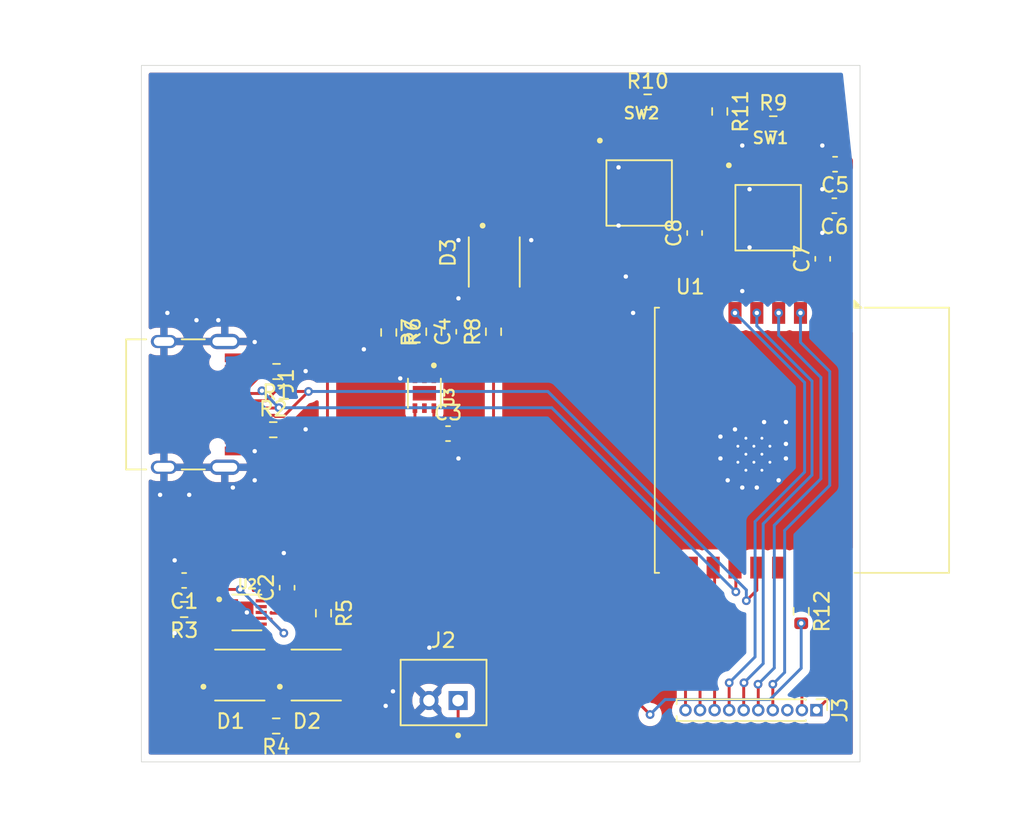
<source format=kicad_pcb>
(kicad_pcb (version 20241229) (generator "pcbnew") (generator_version "9.0")
  (layers (0 "F.Cu" signal) (2 "B.Cu" signal) (13 "F.Paste" user) (15 "B.Paste" user) (5 "F.SilkS" user "F.Silkscreen") (7 "B.SilkS" user "B.Silkscreen") (1 "F.Mask" user) (3 "B.Mask" user) (25 "Edge.Cuts" user))
  (net 0 "")
  (net 1 "+5V")
  (net 2 "GND")
  (net 3 "POWER")
  (net 4 "+3V3")
  (net 5 "Net-(U1-EN)")
  (net 6 "Net-(U1-IO9)")
  (net 7 "Net-(D2-PadA)")
  (net 8 "Net-(U2-~{CHG})")
  (net 9 "Net-(D3-PadA)")
  (net 10 "Net-(U2-~{PG})")
  (net 11 "Net-(J1-CC1_A)")
  (net 13 "D-")
  (net 14 "D+")
  (net 15 "Net-(J1-CC1_B)")
  (net 17 "IO1")
  (net 18 "IO20")
  (net 19 "IO4")
  (net 20 "IO7")
  (net 21 "IO0")
  (net 22 "IO10")
  (net 23 "IO5")
  (net 24 "IO6")
  (net 25 "IO3")
  (net 26 "IO21")
  (net 27 "Net-(U2-ISET)")
  (net 28 "Net-(U3-FB)")
  (net 29 "Net-(U1-IO8)")
  (net 30 "Net-(U1-IO2)")
  (net 35 "Net-(D1-PadA)")
  (footprint "Resistor_SMD:R_0603_1608Metric" (layer "F.Cu") (at 150.0002 90.5256 180)
    (property "Reference" "R1" (at 0 -1.43 0) (layer "F.SilkS"))
    (property "Value" "1k")
    (fp_line (start -0.237258 0.5225) (end 0.237258 0.5225) (stroke (width 0.12)) (layer "F.SilkS"))
    (fp_line (start -0.237258 -0.5225) (end 0.237258 -0.5225) (stroke (width 0.12)) (layer "F.SilkS"))
    (pad "1" smd roundrect (at -0.825 0 180) (size 0.8 0.95) (layers "F.Cu" "F.Mask" "F.Paste") (net 2 "GND"))
    (pad "2" smd roundrect (at 0.825 0 180) (size 0.8 0.95) (layers "F.Cu" "F.Mask" "F.Paste") (net 11 "Net-(J1-CC1_A)"))
  )
  (footprint "RF_Module:ESP32-C3-WROOM-02" (layer "F.Cu") (at 183 95.25 -90)
    (property "Reference" "U1" (at -10.5408 4.5763 0) (layer "F.SilkS"))
    (property "Value" "ESP32-C3-WROOM-02-N4")
    (fp_line (start -9.11 7.01) (end 9.11 7.01) (stroke (width 0.12)) (layer "F.SilkS"))
    (fp_line (start -9.11 6.71) (end -9.11 7.01) (stroke (width 0.12)) (layer "F.SilkS"))
    (fp_line (start 9.11 6.71) (end 9.11 7.01) (stroke (width 0.12)) (layer "F.SilkS"))
    (fp_line (start -9.11 -13.21) (end -9.11 -7.4) (stroke (width 0.12)) (layer "F.SilkS"))
    (fp_line (start -9.11 -13.21) (end 9.11 -13.21) (stroke (width 0.12)) (layer "F.SilkS"))
    (fp_line (start 9.11 -13.21) (end 9.11 -6.71) (stroke (width 0.12)) (layer "F.SilkS"))
    (fp_poly (pts (xy -9.1 -6.7) (xy -9.6 -6.7) (xy -9.1 -7.2) (xy -9.1 -6.7)) (stroke (width 0.12)) (fill yes) (layer "F.SilkS"))
    (pad "1" smd rect (at -8.75 -6 270) (size 1.5 0.9) (layers "F.Cu" "F.Mask" "F.Paste") (net 4 "+3V3"))
    (pad "2" smd rect (at -8.75 -4.5 270) (size 1.5 0.9) (layers "F.Cu" "F.Mask" "F.Paste") (net 5 "Net-(U1-EN)"))
    (pad "3" smd rect (at -8.75 -3 270) (size 1.5 0.9) (layers "F.Cu" "F.Mask" "F.Paste") (net 19 "IO4"))
    (pad "4" smd rect (at -8.75 -1.5 270) (size 1.5 0.9) (layers "F.Cu" "F.Mask" "F.Paste") (net 23 "IO5"))
    (pad "5" smd rect (at -8.75 0 270) (size 1.5 0.9) (layers "F.Cu" "F.Mask" "F.Paste") (net 24 "IO6"))
    (pad "6" smd rect (at -8.75 1.5 270) (size 1.5 0.9) (layers "F.Cu" "F.Mask" "F.Paste") (net 20 "IO7"))
    (pad "7" smd rect (at -8.75 3 270) (size 1.5 0.9) (layers "F.Cu" "F.Mask" "F.Paste") (net 29 "Net-(U1-IO8)"))
    (pad "8" smd rect (at -8.75 4.5 270) (size 1.5 0.9) (layers "F.Cu" "F.Mask" "F.Paste") (net 6 "Net-(U1-IO9)"))
    (pad "9" smd rect (at -8.75 6 270) (size 1.5 0.9) (layers "F.Cu" "F.Mask" "F.Paste") (net 2 "GND"))
    (pad "10" smd rect (at 8.75 6 270) (size 1.5 0.9) (layers "F.Cu" "F.Mask" "F.Paste") (net 22 "IO10"))
    (pad "11" smd rect (at 8.75 4.5 270) (size 1.5 0.9) (layers "F.Cu" "F.Mask" "F.Paste") (net 18 "IO20"))
    (pad "12" smd rect (at 8.75 3 270) (size 1.5 0.9) (layers "F.Cu" "F.Mask" "F.Paste") (net 26 "IO21"))
    (pad "13" smd rect (at 8.75 1.5 270) (size 1.5 0.9) (layers "F.Cu" "F.Mask" "F.Paste") (net 13 "D-"))
    (pad "14" smd rect (at 8.75 0 270) (size 1.5 0.9) (layers "F.Cu" "F.Mask" "F.Paste") (net 14 "D+"))
    (pad "15" smd rect (at 8.75 -1.5 270) (size 1.5 0.9) (layers "F.Cu" "F.Mask" "F.Paste") (net 25 "IO3"))
    (pad "16" smd rect (at 8.75 -3 270) (size 1.5 0.9) (layers "F.Cu" "F.Mask" "F.Paste") (net 30 "Net-(U1-IO2)"))
    (pad "17" smd rect (at 8.75 -4.5 270) (size 1.5 0.9) (layers "F.Cu" "F.Mask" "F.Paste") (net 17 "IO1"))
    (pad "18" smd rect (at 8.75 -6 270) (size 1.5 0.9) (layers "F.Cu" "F.Mask" "F.Paste") (net 21 "IO0"))
    (pad "19" thru_hole circle (at -0.14 -0.35 270) (size 0.6 0.6) (drill 0.2) (property pad_prop_heatsink) (layers "*.Cu" "F.Mask") (net 2 "GND"))
    (pad "19" thru_hole circle (at -0.14 0.75 270) (size 0.6 0.6) (drill 0.2) (property pad_prop_heatsink) (layers "*.Cu" "F.Mask") (net 2 "GND"))
    (pad "19" thru_hole circle (at 0.41 -0.9 270) (size 0.6 0.6) (drill 0.2) (property pad_prop_heatsink) (layers "*.Cu" "F.Mask") (net 2 "GND"))
    (pad "19" thru_hole circle (at 0.41 0.2 270) (size 0.6 0.6) (drill 0.2) (property pad_prop_heatsink) (layers "*.Cu" "F.Mask") (net 2 "GND"))
    (pad "19" thru_hole circle (at 0.41 1.3 270) (size 0.6 0.6) (drill 0.2) (property pad_prop_heatsink) (layers "*.Cu" "F.Mask") (net 2 "GND"))
    (pad "19" thru_hole circle (at 0.96 -0.35 270) (size 0.6 0.6) (drill 0.2) (property pad_prop_heatsink) (layers "*.Cu" "F.Mask") (net 2 "GND"))
    (pad "19" smd rect (at 0.96 0.2 270) (size 2.9 2.9) (property pad_prop_heatsink) (layers "F.Cu" "F.Mask") (net 2 "GND"))
    (pad "19" thru_hole circle (at 0.96 0.75 270) (size 0.6 0.6) (drill 0.2) (property pad_prop_heatsink) (layers "*.Cu" "F.Mask") (net 2 "GND"))
    (pad "19" thru_hole circle (at 1.51 -0.9 270) (size 0.6 0.6) (drill 0.2) (property pad_prop_heatsink) (layers "*.Cu" "F.Mask") (net 2 "GND"))
    (pad "19" thru_hole circle (at 1.51 0.2 270) (size 0.6 0.6) (drill 0.2) (property pad_prop_heatsink) (layers "*.Cu" "F.Mask") (net 2 "GND"))
    (pad "19" thru_hole circle (at 1.51 1.3 270) (size 0.6 0.6) (drill 0.2) (property pad_prop_heatsink) (layers "*.Cu" "F.Mask") (net 2 "GND"))
    (pad "19" thru_hole circle (at 2.06 -0.35 270) (size 0.6 0.6) (drill 0.2) (property pad_prop_heatsink) (layers "*.Cu" "F.Mask") (net 2 "GND"))
    (pad "19" thru_hole circle (at 2.06 0.75 270) (size 0.6 0.6) (drill 0.2) (property pad_prop_heatsink) (layers "*.Cu" "F.Mask") (net 2 "GND"))
    (zone (net 0) (net_name "") (layers "F.Cu" "B.Cu") (connect_pads (clearance 0)) (min_thickness 0.254)
      (keepout (tracks not_allowed) (vias not_allowed) (pads not_allowed) (copperpour not_allowed) (footprints not_allowed))
      (fill (thermal_gap 0.508) (thermal_bridge_width 0.508))
      (polygon (pts (xy 190.1 81.25) (xy 190.1 109.25) (xy 201.1 109.25) (xy 201.1 81.25)))
    )
  )
  (footprint "Capacitor_SMD:C_0603_1608Metric" (layer "F.Cu") (at 178.7287 81.0092 90)
    (property "Reference" "C8" (at 0 -1.43 90) (layer "F.SilkS"))
    (property "Value" "1uF")
    (fp_line (start -0.14058 -0.51) (end 0.14058 -0.51) (stroke (width 0.12)) (layer "F.SilkS"))
    (fp_line (start -0.14058 0.51) (end 0.14058 0.51) (stroke (width 0.12)) (layer "F.SilkS"))
    (pad "1" smd roundrect (at -0.775 0 90) (size 0.9 0.95) (layers "F.Cu" "F.Mask" "F.Paste") (net 6 "Net-(U1-IO9)"))
    (pad "2" smd roundrect (at 0.775 0 90) (size 0.9 0.95) (layers "F.Cu" "F.Mask" "F.Paste") (net 2 "GND"))
  )
  (footprint "L135_G525003500000:LED_L135-G525003500000" (layer "F.Cu") (at 152.7272 111.3816 180)
    (property "Reference" "D2" (at 0.635 -3.175 0) (layer "F.SilkS"))
    (property "Value" "RED")
    (fp_line (start 1.7 1.75) (end -1.7 1.75) (stroke (width 0.127)) (layer "F.SilkS"))
    (fp_line (start -1.7 -1.75) (end 1.7 -1.75) (stroke (width 0.127)) (layer "F.SilkS"))
    (fp_circle (center 2.5 -0.8) (end 2.6 -0.8) (stroke (width 0.2)) (fill no) (layer "F.SilkS"))
    (pad "A" smd roundrect (at -1.39 0 180) (size 0.82 2.4) (layers "F.Cu" "F.Paste") (roundrect_rratio 0.075) (net 7 "Net-(D2-PadA)"))
    (pad "C" smd roundrect (at 0.835 0 180) (size 1.93 2.4) (layers "F.Cu" "F.Paste") (roundrect_rratio 0.075) (net 8 "Net-(U2-~{CHG})"))
  )
  (footprint "Connector_PinHeader_1.00mm:PinHeader_1x10_P1.00mm_Vertical" (layer "F.Cu") (at 187.0992 113.792 -90)
    (property "Reference" "J3" (at 0 -1.61 90) (layer "F.SilkS"))
    (property "Value" "Conn_01x10_Pin")
    (fp_line (start -0.745 9.61) (end -0.41003 9.61) (stroke (width 0.12)) (layer "F.SilkS"))
    (fp_line (start 0.41003 9.61) (end 0.745 9.61) (stroke (width 0.12)) (layer "F.SilkS"))
    (fp_line (start -0.745 0.735) (end -0.745 9.61) (stroke (width 0.12)) (layer "F.SilkS"))
    (fp_line (start -0.745 0.735) (end -0.685565 0.735) (stroke (width 0.12)) (layer "F.SilkS"))
    (fp_line (start 0.685565 0.735) (end 0.745 0.735) (stroke (width 0.12)) (layer "F.SilkS"))
    (fp_line (start 0.745 0.735) (end 0.745 9.61) (stroke (width 0.12)) (layer "F.SilkS"))
    (fp_line (start -0.745 0) (end -0.745 -0.735) (stroke (width 0.12)) (layer "F.SilkS"))
    (fp_line (start -0.745 -0.735) (end 0 -0.735) (stroke (width 0.12)) (layer "F.SilkS"))
    (pad "1" thru_hole rect (at 0 0 270) (size 0.85 0.85) (drill 0.5) (layers "*.Cu" "*.Mask") (net 21 "IO0"))
    (pad "2" thru_hole circle (at 0 1 270) (size 0.85 0.85) (drill 0.5) (layers "*.Cu" "*.Mask") (net 17 "IO1"))
    (pad "3" thru_hole circle (at 0 2 270) (size 0.85 0.85) (drill 0.5) (layers "*.Cu" "*.Mask") (net 25 "IO3"))
    (pad "4" thru_hole circle (at 0 3 270) (size 0.85 0.85) (drill 0.5) (layers "*.Cu" "*.Mask") (net 19 "IO4"))
    (pad "5" thru_hole circle (at 0 4 270) (size 0.85 0.85) (drill 0.5) (layers "*.Cu" "*.Mask") (net 23 "IO5"))
    (pad "6" thru_hole circle (at 0 5 270) (size 0.85 0.85) (drill 0.5) (layers "*.Cu" "*.Mask") (net 24 "IO6"))
    (pad "7" thru_hole circle (at 0 6 270) (size 0.85 0.85) (drill 0.5) (layers "*.Cu" "*.Mask") (net 20 "IO7"))
    (pad "8" thru_hole circle (at 0 7 270) (size 0.85 0.85) (drill 0.5) (layers "*.Cu" "*.Mask") (net 26 "IO21"))
    (pad "9" thru_hole circle (at 0 8 270) (size 0.85 0.85) (drill 0.5) (layers "*.Cu" "*.Mask") (net 18 "IO20"))
    (pad "10" thru_hole circle (at 0 9 270) (size 0.85 0.85) (drill 0.5) (layers "*.Cu" "*.Mask") (net 22 "IO10"))
  )
  (footprint "Capacitor_SMD:C_0603_1608Metric" (layer "F.Cu") (at 143.6522 104.8816 180)
    (property "Reference" "C1" (at 0 -1.43 0) (layer "F.SilkS"))
    (property "Value" "1uF")
    (fp_line (start -0.14058 0.51) (end 0.14058 0.51) (stroke (width 0.12)) (layer "F.SilkS"))
    (fp_line (start -0.14058 -0.51) (end 0.14058 -0.51) (stroke (width 0.12)) (layer "F.SilkS"))
    (pad "1" smd roundrect (at -0.775 0 180) (size 0.9 0.95) (layers "F.Cu" "F.Mask" "F.Paste") (net 1 "+5V"))
    (pad "2" smd roundrect (at 0.775 0 180) (size 0.9 0.95) (layers "F.Cu" "F.Mask" "F.Paste") (net 2 "GND"))
  )
  (footprint "L135_G525003500000:LED_L135-G525003500000" (layer "F.Cu") (at 147.4772 111.3816 180)
    (property "Reference" "D1" (at 0.635 -3.175 0) (layer "F.SilkS"))
    (property "Value" "Green")
    (fp_line (start 1.7 1.75) (end -1.7 1.75) (stroke (width 0.127)) (layer "F.SilkS"))
    (fp_line (start -1.7 -1.75) (end 1.7 -1.75) (stroke (width 0.127)) (layer "F.SilkS"))
    (fp_circle (center 2.5 -0.8) (end 2.6 -0.8) (stroke (width 0.2)) (fill no) (layer "F.SilkS"))
    (pad "A" smd roundrect (at -1.39 0 180) (size 0.82 2.4) (layers "F.Cu" "F.Paste") (roundrect_rratio 0.075) (net 35 "Net-(D1-PadA)"))
    (pad "C" smd roundrect (at 0.835 0 180) (size 1.93 2.4) (layers "F.Cu" "F.Paste") (roundrect_rratio 0.075) (net 10 "Net-(U2-~{PG})"))
  )
  (footprint "Resistor_SMD:R_0603_1608Metric" (layer "F.Cu") (at 149.9772 114.8816 180)
    (property "Reference" "R4" (at 0 -1.43 0) (layer "F.SilkS"))
    (property "Value" "30")
    (fp_line (start -0.237258 0.5225) (end 0.237258 0.5225) (stroke (width 0.12)) (layer "F.SilkS"))
    (fp_line (start -0.237258 -0.5225) (end 0.237258 -0.5225) (stroke (width 0.12)) (layer "F.SilkS"))
    (pad "1" smd roundrect (at -0.825 0 180) (size 0.8 0.95) (layers "F.Cu" "F.Mask" "F.Paste") (net 3 "POWER"))
    (pad "2" smd roundrect (at 0.825 0 180) (size 0.8 0.95) (layers "F.Cu" "F.Mask" "F.Paste") (net 35 "Net-(D1-PadA)"))
  )
  (footprint "Capacitor_SMD:C_0603_1608Metric" (layer "F.Cu") (at 188.3287 79.1342 180)
    (property "Reference" "C6" (at 0 -1.43 0) (layer "F.SilkS"))
    (property "Value" "10uF")
    (fp_line (start -0.14058 0.51) (end 0.14058 0.51) (stroke (width 0.12)) (layer "F.SilkS"))
    (fp_line (start -0.14058 -0.51) (end 0.14058 -0.51) (stroke (width 0.12)) (layer "F.SilkS"))
    (pad "1" smd roundrect (at -0.775 0 180) (size 0.9 0.95) (layers "F.Cu" "F.Mask" "F.Paste") (net 4 "+3V3"))
    (pad "2" smd roundrect (at 0.775 0 180) (size 0.9 0.95) (layers "F.Cu" "F.Mask" "F.Paste") (net 2 "GND"))
  )
  (footprint "BQ24040DSQR:SON40P200X200X80-11N" (layer "F.Cu") (at 147.9622 107.0816)
    (property "Reference" "U2" (at 0.032 -1.9364 0) (layer "F.SilkS") (effects (font (size 0.64 0.64))))
    (property "Value" "BQ24040DSQR")
    (fp_line (start -1 -1.23) (end 1 -1.23) (stroke (width 0.127)) (layer "F.SilkS"))
    (fp_line (start -1 1.23) (end 1 1.23) (stroke (width 0.127)) (layer "F.SilkS"))
    (fp_circle (center -1.9 -0.9) (end -1.8 -0.9) (stroke (width 0.2)) (fill no) (layer "F.SilkS"))
    (pad "1" smd rect (at -0.985 -0.8) (size 0.76 0.22) (layers "F.Cu" "F.Mask" "F.Paste") (net 1 "+5V"))
    (pad "2" smd rect (at -0.985 -0.4) (size 0.76 0.22) (layers "F.Cu" "F.Mask" "F.Paste") (net 27 "Net-(U2-ISET)"))
    (pad "3" smd rect (at -0.985 0) (size 0.76 0.22) (layers "F.Cu" "F.Mask" "F.Paste"))
    (pad "4" smd rect (at -0.985 0.4) (size 0.76 0.22) (layers "F.Cu" "F.Mask" "F.Paste"))
    (pad "5" smd rect (at -0.985 0.8) (size 0.76 0.22) (layers "F.Cu" "F.Mask" "F.Paste") (net 10 "Net-(U2-~{PG})"))
    (pad "6" smd rect (at 0.985 0.8) (size 0.76 0.22) (layers "F.Cu" "F.Mask" "F.Paste"))
    (pad "7" smd rect (at 0.985 0.4) (size 0.76 0.22) (layers "F.Cu" "F.Mask" "F.Paste") (net 1 "+5V"))
    (pad "8" smd rect (at 0.985 0) (size 0.76 0.22) (layers "F.Cu" "F.Mask" "F.Paste") (net 8 "Net-(U2-~{CHG})"))
    (pad "9" smd rect (at 0.985 -0.4) (size 0.76 0.22) (layers "F.Cu" "F.Mask" "F.Paste"))
    (pad "10" smd rect (at 0.985 -0.8) (size 0.76 0.22) (layers "F.Cu" "F.Mask" "F.Paste") (net 3 "POWER"))
    (pad "11" smd rect (at 0 0) (size 0.9 1.5) (layers "F.Cu" "F.Mask") (net 2 "GND"))
  )
  (footprint "Resistor_SMD:R_0603_1608Metric" (layer "F.Cu") (at 157.71 87.8428 -90)
    (property "Reference" "R7" (at 0 -1.43 90) (layer "F.SilkS"))
    (property "Value" "49.9k")
    (fp_line (start -0.237258 0.5225) (end 0.237258 0.5225) (stroke (width 0.12)) (layer "F.SilkS"))
    (fp_line (start -0.237258 -0.5225) (end 0.237258 -0.5225) (stroke (width 0.12)) (layer "F.SilkS"))
    (pad "1" smd roundrect (at -0.825 0 270) (size 0.8 0.95) (layers "F.Cu" "F.Mask" "F.Paste") (net 28 "Net-(U3-FB)"))
    (pad "2" smd roundrect (at 0.825 0 270) (size 0.8 0.95) (layers "F.Cu" "F.Mask" "F.Paste") (net 2 "GND"))
  )
  (footprint "Resistor_SMD:R_0603_1608Metric" (layer "F.Cu") (at 186.05 107 -90)
    (property "Reference" "R12" (at 0 -1.43 90) (layer "F.SilkS"))
    (property "Value" "10k")
    (fp_line (start -0.237258 0.5225) (end 0.237258 0.5225) (stroke (width 0.12)) (layer "F.SilkS"))
    (fp_line (start -0.237258 -0.5225) (end 0.237258 -0.5225) (stroke (width 0.12)) (layer "F.SilkS"))
    (pad "1" smd roundrect (at -0.825 0 270) (size 0.8 0.95) (layers "F.Cu" "F.Mask" "F.Paste") (net 30 "Net-(U1-IO2)"))
    (pad "2" smd roundrect (at 0.825 0 270) (size 0.8 0.95) (layers "F.Cu" "F.Mask" "F.Paste") (net 4 "+3V3"))
  )
  (footprint "Capacitor_SMD:C_0603_1608Metric" (layer "F.Cu") (at 187.5287 82.7842 90)
    (property "Reference" "C7" (at 0 -1.43 90) (layer "F.SilkS"))
    (property "Value" "1uF")
    (fp_line (start -0.14058 -0.51) (end 0.14058 -0.51) (stroke (width 0.12)) (layer "F.SilkS"))
    (fp_line (start -0.14058 0.51) (end 0.14058 0.51) (stroke (width 0.12)) (layer "F.SilkS"))
    (pad "1" smd roundrect (at -0.775 0 90) (size 0.9 0.95) (layers "F.Cu" "F.Mask" "F.Paste") (net 5 "Net-(U1-EN)"))
    (pad "2" smd roundrect (at 0.775 0 90) (size 0.9 0.95) (layers "F.Cu" "F.Mask" "F.Paste") (net 2 "GND"))
  )
  (footprint "Resistor_SMD:R_0603_1608Metric" (layer "F.Cu") (at 153.2272 107.1316 -90)
    (property "Reference" "R5" (at 0 -1.43 90) (layer "F.SilkS"))
    (property "Value" "30")
    (fp_line (start -0.237258 0.5225) (end 0.237258 0.5225) (stroke (width 0.12)) (layer "F.SilkS"))
    (fp_line (start -0.237258 -0.5225) (end 0.237258 -0.5225) (stroke (width 0.12)) (layer "F.SilkS"))
    (pad "1" smd roundrect (at -0.825 0 270) (size 0.8 0.95) (layers "F.Cu" "F.Mask" "F.Paste") (net 3 "POWER"))
    (pad "2" smd roundrect (at 0.825 0 270) (size 0.8 0.95) (layers "F.Cu" "F.Mask" "F.Paste") (net 7 "Net-(D2-PadA)"))
  )
  (footprint "Resistor_SMD:R_0603_1608Metric" (layer "F.Cu") (at 149.7752 94.5256)
    (property "Reference" "R2" (at 0 -1.43 0) (layer "F.SilkS"))
    (property "Value" "1k")
    (fp_line (start -0.237258 -0.5225) (end 0.237258 -0.5225) (stroke (width 0.12)) (layer "F.SilkS"))
    (fp_line (start -0.237258 0.5225) (end 0.237258 0.5225) (stroke (width 0.12)) (layer "F.SilkS"))
    (pad "1" smd roundrect (at -0.825 0) (size 0.8 0.95) (layers "F.Cu" "F.Mask" "F.Paste") (net 15 "Net-(J1-CC1_B)"))
    (pad "2" smd roundrect (at 0.825 0) (size 0.8 0.95) (layers "F.Cu" "F.Mask" "F.Paste") (net 2 "GND"))
  )
  (footprint "Resistor_SMD:R_0603_1608Metric" (layer "F.Cu") (at 184.1287 73.5092)
    (property "Reference" "R9" (at 0 -1.43 0) (layer "F.SilkS"))
    (property "Value" "10k")
    (fp_line (start -0.237258 -0.5225) (end 0.237258 -0.5225) (stroke (width 0.12)) (layer "F.SilkS"))
    (fp_line (start -0.237258 0.5225) (end 0.237258 0.5225) (stroke (width 0.12)) (layer "F.SilkS"))
    (pad "1" smd roundrect (at -0.825 0) (size 0.8 0.95) (layers "F.Cu" "F.Mask" "F.Paste") (net 4 "+3V3"))
    (pad "2" smd roundrect (at 0.825 0) (size 0.8 0.95) (layers "F.Cu" "F.Mask" "F.Paste") (net 5 "Net-(U1-EN)"))
  )
  (footprint "Resistor_SMD:R_0603_1608Metric" (layer "F.Cu") (at 180.4537 72.6592 -90)
    (property "Reference" "R11" (at 0 -1.43 90) (layer "F.SilkS"))
    (property "Value" "10k")
    (fp_line (start -0.237258 0.5225) (end 0.237258 0.5225) (stroke (width 0.12)) (layer "F.SilkS"))
    (fp_line (start -0.237258 -0.5225) (end 0.237258 -0.5225) (stroke (width 0.12)) (layer "F.SilkS"))
    (pad "1" smd roundrect (at -0.825 0 270) (size 0.8 0.95) (layers "F.Cu" "F.Mask" "F.Paste") (net 4 "+3V3"))
    (pad "2" smd roundrect (at 0.825 0 270) (size 0.8 0.95) (layers "F.Cu" "F.Mask" "F.Paste") (net 29 "Net-(U1-IO8)"))
  )
  (footprint "TL3305AF260QG:SW_TL3305AF260QG" (layer "F.Cu") (at 174.9162 78.2592)
    (property "Reference" "SW2" (at 0.16155 -5.48386 0) (layer "F.SilkS") (effects (font (size 0.8 0.8))))
    (property "Value" "TL3305AF260QG")
    (fp_line (start -2.25 -2.25) (end -2.25 2.25) (stroke (width 0.127)) (layer "F.SilkS"))
    (fp_line (start -2.25 -2.25) (end 2.25 -2.25) (stroke (width 0.127)) (layer "F.SilkS"))
    (fp_line (start 2.25 2.25) (end -2.25 2.25) (stroke (width 0.127)) (layer "F.SilkS"))
    (fp_line (start 2.25 2.25) (end 2.25 -2.25) (stroke (width 0.127)) (layer "F.SilkS"))
    (fp_circle (center -2.7 -3.6) (end -2.6 -3.6) (stroke (width 0.2)) (fill no) (layer "F.SilkS"))
    (pad "1" smd rect (at -1.5 -3.6) (size 1.4 1.6) (layers "F.Cu" "F.Mask" "F.Paste") (net 2 "GND"))
    (pad "2" smd rect (at -1.5 3.6) (size 1.4 1.6) (layers "F.Cu" "F.Mask" "F.Paste") (net 2 "GND"))
    (pad "3" smd rect (at 1.5 -3.6) (size 1.4 1.6) (layers "F.Cu" "F.Mask" "F.Paste") (net 6 "Net-(U1-IO9)"))
    (pad "4" smd rect (at 1.5 3.6) (size 1.4 1.6) (layers "F.Cu" "F.Mask" "F.Paste") (net 6 "Net-(U1-IO9)"))
  )
  (footprint "Capacitor_SMD:C_0603_1608Metric" (layer "F.Cu") (at 150.7272 105.3816 90)
    (property "Reference" "C2" (at 0 -1.43 90) (layer "F.SilkS"))
    (property "Value" "1uF")
    (fp_line (start -0.14058 -0.51) (end 0.14058 -0.51) (stroke (width 0.12)) (layer "F.SilkS"))
    (fp_line (start -0.14058 0.51) (end 0.14058 0.51) (stroke (width 0.12)) (layer "F.SilkS"))
    (pad "1" smd roundrect (at -0.775 0 90) (size 0.9 0.95) (layers "F.Cu" "F.Mask" "F.Paste") (net 3 "POWER"))
    (pad "2" smd roundrect (at 0.775 0 90) (size 0.9 0.95) (layers "F.Cu" "F.Mask" "F.Paste") (net 2 "GND"))
  )
  (footprint "Capacitor_SMD:C_0603_1608Metric" (layer "F.Cu") (at 161.785 94.7928)
    (property "Reference" "C3" (at 0 -1.43 0) (layer "F.SilkS"))
    (property "Value" "1uF")
    (fp_line (start -0.14058 -0.51) (end 0.14058 -0.51) (stroke (width 0.12)) (layer "F.SilkS"))
    (fp_line (start -0.14058 0.51) (end 0.14058 0.51) (stroke (width 0.12)) (layer "F.SilkS"))
    (pad "1" smd roundrect (at -0.775 0) (size 0.9 0.95) (layers "F.Cu" "F.Mask" "F.Paste") (net 3 "POWER"))
    (pad "2" smd roundrect (at 0.775 0) (size 0.9 0.95) (layers "F.Cu" "F.Mask" "F.Paste") (net 2 "GND"))
  )
  (footprint "Capacitor_SMD:C_0603_1608Metric" (layer "F.Cu") (at 188.3787 76.2842 180)
    (property "Reference" "C5" (at 0 -1.43 0) (layer "F.SilkS"))
    (property "Value" "100nF")
    (fp_line (start -0.14058 0.51) (end 0.14058 0.51) (stroke (width 0.12)) (layer "F.SilkS"))
    (fp_line (start -0.14058 -0.51) (end 0.14058 -0.51) (stroke (width 0.12)) (layer "F.SilkS"))
    (pad "1" smd roundrect (at -0.775 0 180) (size 0.9 0.95) (layers "F.Cu" "F.Mask" "F.Paste") (net 4 "+3V3"))
    (pad "2" smd roundrect (at 0.775 0 180) (size 0.9 0.95) (layers "F.Cu" "F.Mask" "F.Paste") (net 2 "GND"))
  )
  (footprint "Resistor_SMD:R_0603_1608Metric" (layer "F.Cu") (at 143.6522 106.8816 180)
    (property "Reference" "R3" (at 0 -1.43 0) (layer "F.SilkS"))
    (property "Value" "536")
    (fp_line (start -0.237258 0.5225) (end 0.237258 0.5225) (stroke (width 0.12)) (layer "F.SilkS"))
    (fp_line (start -0.237258 -0.5225) (end 0.237258 -0.5225) (stroke (width 0.12)) (layer "F.SilkS"))
    (pad "1" smd roundrect (at -0.825 0 180) (size 0.8 0.95) (layers "F.Cu" "F.Mask" "F.Paste") (net 27 "Net-(U2-ISET)"))
    (pad "2" smd roundrect (at 0.825 0 180) (size 0.8 0.95) (layers "F.Cu" "F.Mask" "F.Paste") (net 2 "GND"))
  )
  (footprint "Resistor_SMD:R_0603_1608Metric" (layer "F.Cu") (at 160.81 87.7928 90)
    (property "Reference" "R6" (at 0 -1.43 90) (layer "F.SilkS"))
    (property "Value" "10k")
    (fp_line (start -0.237258 -0.5225) (end 0.237258 -0.5225) (stroke (width 0.12)) (layer "F.SilkS"))
    (fp_line (start -0.237258 0.5225) (end 0.237258 0.5225) (stroke (width 0.12)) (layer "F.SilkS"))
    (pad "1" smd roundrect (at -0.825 0 90) (size 0.8 0.95) (layers "F.Cu" "F.Mask" "F.Paste") (net 4 "+3V3"))
    (pad "2" smd roundrect (at 0.825 0 90) (size 0.8 0.95) (layers "F.Cu" "F.Mask" "F.Paste") (net 28 "Net-(U3-FB)"))
  )
  (footprint "TLV75801PDRVR:SON65P200X200X80-7N" (layer "F.Cu") (at 160.16 92.0178 -90)
    (property "Reference" "U3" (at 0.292 -1.7134 90) (layer "F.SilkS") (effects (font (size 0.64 0.64))))
    (property "Value" "TLV75801PDRVR")
    (fp_line (start -1 1.13) (end 1 1.13) (stroke (width 0.127)) (layer "F.SilkS"))
    (fp_line (start -1 -1.13) (end 1 -1.13) (stroke (width 0.127)) (layer "F.SilkS"))
    (fp_circle (center -1.91 -0.65) (end -1.81 -0.65) (stroke (width 0.2)) (fill no) (layer "F.SilkS"))
    (pad "1" smd rect (at -1.025 -0.65 270) (size 0.66 0.32) (layers "F.Cu" "F.Mask" "F.Paste") (net 4 "+3V3"))
    (pad "2" smd rect (at -1.025 0 270) (size 0.66 0.32) (layers "F.Cu" "F.Mask" "F.Paste") (net 28 "Net-(U3-FB)"))
    (pad "3" smd rect (at -1.025 0.65 270) (size 0.66 0.32) (layers "F.Cu" "F.Mask" "F.Paste") (net 2 "GND"))
    (pad "4" smd rect (at 1.025 0.65 270) (size 0.66 0.32) (layers "F.Cu" "F.Mask" "F.Paste") (net 3 "POWER"))
    (pad "5" smd rect (at 1.025 0 270) (size 0.66 0.32) (layers "F.Cu" "F.Mask" "F.Paste"))
    (pad "6" smd rect (at 1.025 -0.65 270) (size 0.66 0.32) (layers "F.Cu" "F.Mask" "F.Paste") (net 3 "POWER"))
    (pad "7" smd rect (at 0 0 270) (size 1 1.6) (layers "F.Cu" "F.Mask"))
  )
  (footprint "Resistor_SMD:R_0603_1608Metric" (layer "F.Cu") (at 164.91 87.7928 90)
    (property "Reference" "R8" (at 0 -1.43 90) (layer "F.SilkS"))
    (property "Value" "30")
    (fp_line (start -0.237258 -0.5225) (end 0.237258 -0.5225) (stroke (width 0.12)) (layer "F.SilkS"))
    (fp_line (start -0.237258 0.5225) (end 0.237258 0.5225) (stroke (width 0.12)) (layer "F.SilkS"))
    (pad "1" smd roundrect (at -0.825 0 90) (size 0.8 0.95) (layers "F.Cu" "F.Mask" "F.Paste") (net 4 "+3V3"))
    (pad "2" smd roundrect (at 0.825 0 90) (size 0.8 0.95) (layers "F.Cu" "F.Mask" "F.Paste") (net 9 "Net-(D3-PadA)"))
  )
  (footprint "12402012E212A:AMPHENOL_12402012E212A" (layer "F.Cu") (at 142.2652 92.7856 -90)
    (property "Reference" "J1" (at -1.62 -8.405 90) (layer "F.SilkS"))
    (property "Value" "12402012E212A")
    (fp_line (start -4.47 2.6) (end -4.47 1.22) (stroke (width 0.127)) (layer "F.SilkS"))
    (fp_line (start 4.47 2.6) (end -4.47 2.6) (stroke (width 0.127)) (layer "F.SilkS"))
    (fp_line (start 4.47 2.6) (end 4.47 1.22) (stroke (width 0.127)) (layer "F.SilkS"))
    (fp_line (start -4.47 -2.81) (end -4.47 -1.22) (stroke (width 0.127)) (layer "F.SilkS"))
    (fp_line (start 4.47 -2.81) (end 4.47 -1.22) (stroke (width 0.127)) (layer "F.SilkS"))
    (pad "" np_thru_hole circle (at -2.89 -3.68 270) (size 0.65 0.65) (drill 0.65) (layers "*.Cu" "*.Mask"))
    (pad "" np_thru_hole circle (at 2.89 -3.68 270) (size 0.65 0.65) (drill 0.65) (layers "*.Cu" "*.Mask"))
    (pad "A1_B12" smd rect (at -3.2 -4.75 270) (size 0.6 1.14) (layers "F.Cu" "F.Mask" "F.Paste") (net 2 "GND"))
    (pad "A4_B9" smd rect (at -2.4 -4.75 270) (size 0.6 1.14) (layers "F.Cu" "F.Mask" "F.Paste") (net 1 "+5V"))
    (pad "A5" smd rect (at -1.25 -4.75 270) (size 0.3 1.14) (layers "F.Cu" "F.Mask" "F.Paste") (net 11 "Net-(J1-CC1_A)"))
    (pad "A6" smd rect (at -0.25 -4.75 270) (size 0.3 1.14) (layers "F.Cu" "F.Mask" "F.Paste") (net 14 "D+"))
    (pad "A7" smd rect (at 0.25 -4.75 270) (size 0.3 1.14) (layers "F.Cu" "F.Mask" "F.Paste") (net 13 "D-"))
    (pad "A8" smd rect (at 1.25 -4.75 270) (size 0.3 1.14) (layers "F.Cu" "F.Mask" "F.Paste"))
    (pad "B1_A12" smd rect (at 3.2 -4.75 270) (size 0.6 1.14) (layers "F.Cu" "F.Mask" "F.Paste") (net 2 "GND"))
    (pad "B4_A9" smd rect (at 2.4 -4.75 270) (size 0.6 1.14) (layers "F.Cu" "F.Mask" "F.Paste") (net 1 "+5V"))
    (pad "B5" smd rect (at 1.75 -4.75 270) (size 0.3 1.14) (layers "F.Cu" "F.Mask" "F.Paste") (net 15 "Net-(J1-CC1_B)"))
    (pad "B6" smd rect (at 0.75 -4.75 270) (size 0.3 1.14) (layers "F.Cu" "F.Mask" "F.Paste") (net 14 "D+"))
    (pad "B7" smd rect (at -0.75 -4.75 270) (size 0.3 1.14) (layers "F.Cu" "F.Mask" "F.Paste") (net 13 "D-"))
    (pad "B8" smd rect (at -1.75 -4.75 270) (size 0.3 1.14) (layers "F.Cu" "F.Mask" "F.Paste"))
    (pad "SH1" thru_hole oval (at -4.32 -4.18 270) (size 1.05 2.1) (drill oval 0.6 1.7) (layers "*.Cu" "*.Mask") (net 2 "GND"))
    (pad "SH2" thru_hole oval (at 4.32 -4.18 270) (size 1.05 2.1) (drill oval 0.6 1.7) (layers "*.Cu" "*.Mask") (net 2 "GND"))
    (pad "SH3" thru_hole oval (at -4.32 0 270) (size 0.9 1.8) (drill oval 0.6 1.4) (layers "*.Cu" "*.Mask") (net 2 "GND"))
    (pad "SH4" thru_hole oval (at 4.32 0 270) (size 0.9 1.8) (drill oval 0.6 1.4) (layers "*.Cu" "*.Mask") (net 2 "GND"))
  )
  (footprint "TL3305AF260QG:SW_TL3305AF260QG" (layer "F.Cu") (at 183.7787 79.9592)
    (property "Reference" "SW1" (at 0.16155 -5.48386 0) (layer "F.SilkS") (effects (font (size 0.8 0.8))))
    (property "Value" "TL3305AF260QG")
    (fp_line (start -2.25 -2.25) (end -2.25 2.25) (stroke (width 0.127)) (layer "F.SilkS"))
    (fp_line (start -2.25 -2.25) (end 2.25 -2.25) (stroke (width 0.127)) (layer "F.SilkS"))
    (fp_line (start 2.25 2.25) (end -2.25 2.25) (stroke (width 0.127)) (layer "F.SilkS"))
    (fp_line (start 2.25 2.25) (end 2.25 -2.25) (stroke (width 0.127)) (layer "F.SilkS"))
    (fp_circle (center -2.7 -3.6) (end -2.6 -3.6) (stroke (width 0.2)) (fill no) (layer "F.SilkS"))
    (pad "1" smd rect (at -1.5 -3.6) (size 1.4 1.6) (layers "F.Cu" "F.Mask" "F.Paste") (net 2 "GND"))
    (pad "2" smd rect (at -1.5 3.6) (size 1.4 1.6) (layers "F.Cu" "F.Mask" "F.Paste") (net 2 "GND"))
    (pad "3" smd rect (at 1.5 -3.6) (size 1.4 1.6) (layers "F.Cu" "F.Mask" "F.Paste") (net 5 "Net-(U1-EN)"))
    (pad "4" smd rect (at 1.5 3.6) (size 1.4 1.6) (layers "F.Cu" "F.Mask" "F.Paste") (net 5 "Net-(U1-EN)"))
  )
  (footprint "L135_G525003500000:LED_L135-G525003500000" (layer "F.Cu") (at 164.96 83.0028 90)
    (property "Reference" "D3" (at 0.635 -3.175 90) (layer "F.SilkS"))
    (property "Value" "Green")
    (fp_line (start -1.7 -1.75) (end 1.7 -1.75) (stroke (width 0.127)) (layer "F.SilkS"))
    (fp_line (start 1.7 1.75) (end -1.7 1.75) (stroke (width 0.127)) (layer "F.SilkS"))
    (fp_circle (center 2.5 -0.8) (end 2.6 -0.8) (stroke (width 0.2)) (fill no) (layer "F.SilkS"))
    (pad "A" smd roundrect (at -1.39 0 90) (size 0.82 2.4) (layers "F.Cu" "F.Paste") (roundrect_rratio 0.075) (net 9 "Net-(D3-PadA)"))
    (pad "C" smd roundrect (at 0.835 0 90) (size 1.93 2.4) (layers "F.Cu" "F.Paste") (roundrect_rratio 0.075) (net 2 "GND"))
  )
  (footprint "B2B-PH-K-S:JST_B2B-PH-K-S" (layer "F.Cu") (at 161.4772 112.5816)
    (property "Reference" "J2" (at -0.025 -3.585 0) (layer "F.SilkS"))
    (property "Value" "B2B-PH-K-S")
    (fp_line (start -2.95 -2.25) (end 2.95 -2.25) (stroke (width 0.127)) (layer "F.SilkS"))
    (fp_line (start -2.95 2.25) (end -2.95 -2.25) (stroke (width 0.127)) (layer "F.SilkS"))
    (fp_line (start 2.95 -2.25) (end 2.95 2.25) (stroke (width 0.127)) (layer "F.SilkS"))
    (fp_line (start 2.95 2.25) (end -2.95 2.25) (stroke (width 0.127)) (layer "F.SilkS"))
    (fp_circle (center 1 2.95) (end 1.1 2.95) (stroke (width 0.2)) (fill no) (layer "F.SilkS"))
    (pad "1" thru_hole rect (at 1 0.55) (size 1.308 1.308) (drill 0.8) (layers "*.Cu" "*.Mask") (net 3 "POWER"))
    (pad "2" thru_hole circle (at -1 0.55) (size 1.308 1.308) (drill 0.8) (layers "*.Cu" "*.Mask") (net 2 "GND"))
  )
  (footprint "Capacitor_SMD:C_0603_1608Metric" (layer "F.Cu") (at 162.86 87.7928 90)
    (property "Reference" "C4" (at 0 -1.43 90) (layer "F.SilkS"))
    (property "Value" "1uF")
    (fp_line (start -0.14058 -0.51) (end 0.14058 -0.51) (stroke (width 0.12)) (layer "F.SilkS"))
    (fp_line (start -0.14058 0.51) (end 0.14058 0.51) (stroke (width 0.12)) (layer "F.SilkS"))
    (pad "1" smd roundrect (at -0.775 0 90) (size 0.9 0.95) (layers "F.Cu" "F.Mask" "F.Paste") (net 4 "+3V3"))
    (pad "2" smd roundrect (at 0.775 0 90) (size 0.9 0.95) (layers "F.Cu" "F.Mask" "F.Paste") (net 2 "GND"))
  )
  (footprint "Resistor_SMD:R_0603_1608Metric" (layer "F.Cu") (at 175.5037 72.0092)
    (property "Reference" "R10" (at 0 -1.43 0) (layer "F.SilkS"))
    (property "Value" "10k")
    (fp_line (start -0.237258 -0.5225) (end 0.237258 -0.5225) (stroke (width 0.12)) (layer "F.SilkS"))
    (fp_line (start -0.237258 0.5225) (end 0.237258 0.5225) (stroke (width 0.12)) (layer "F.SilkS"))
    (pad "1" smd roundrect (at -0.825 0) (size 0.8 0.95) (layers "F.Cu" "F.Mask" "F.Paste") (net 4 "+3V3"))
    (pad "2" smd roundrect (at 0.825 0) (size 0.8 0.95) (layers "F.Cu" "F.Mask" "F.Paste") (net 6 "Net-(U1-IO9)"))
  )
  (gr_rect (start 140.716 69.4944) (end 190.0936 117.348) (stroke (width 0.05)) (fill no) (layer "Edge.Cuts"))
  (segment (start 144.4272 104.8816) (end 145.5882 104.8816) (width 0.2) (layer "F.Cu") (net 1))
  (segment (start 148.6708 89.5) (end 152.5 89.5) (width 0.2) (layer "F.Cu") (net 1))
  (segment (start 145.8533 105.1467) (end 146.9772 106.2706) (width 0.2) (layer "F.Cu") (net 1))
  (segment (start 145.8533 105.1467) (end 146.2066 105.5) (width 0.2) (layer "F.Cu") (net 1))
  (segment (start 153.5 90.5) (end 153.5 95.8088) (width 0.2) (layer "F.Cu") (net 1))
  (segment (start 152.5 89.5) (end 153.5 90.5) (width 0.2) (layer "F.Cu") (net 1))
  (segment (start 149.6282 107.6282) (end 149.6282 107.5326) (width 0.2) (layer "F.Cu") (net 1))
  (segment (start 153.5 95.8088) (end 144.4272 104.8816) (width 0.2) (layer "F.Cu") (net 1))
  (segment (start 146.2066 105.5) (end 147.5 105.5) (width 0.2) (layer "F.Cu") (net 1))
  (segment (start 145.5882 104.8816) (end 145.8533 105.1467) (width 0.2) (layer "F.Cu") (net 1))
  (segment (start 147.7852 90.3856) (end 148.6708 89.5) (width 0.2) (layer "F.Cu") (net 1))
  (segment (start 150.5 108.5) (end 149.6282 107.6282) (width 0.2) (layer "F.Cu") (net 1))
  (segment (start 147.0152 90.3856) (end 147.7852 90.3856) (width 0.2) (layer "F.Cu") (net 1))
  (via (at 150.5 108.5) (size 0.6) (drill 0.3) (layers "F.Cu" "B.Cu") (net 1))
  (via (at 147.5 105.5) (size 0.6) (drill 0.3) (layers "F.Cu" "B.Cu") (net 1))
  (segment (start 147.5 105.5) (end 150.5 108.5) (width 0.2) (layer "B.Cu") (net 1))
  (via (at 142.5 86.5) (size 0.6) (drill 0.3) (layers "F.Cu" "B.Cu") (net 2))
  (via (at 173.5 76.5) (size 0.6) (drill 0.3) (layers "F.Cu" "B.Cu") (net 2))
  (via (at 146 87) (size 0.6) (drill 0.3) (layers "F.Cu" "B.Cu") (net 2))
  (via (at 148.5 98) (size 0.6) (drill 0.3) (layers "F.Cu" "B.Cu") (net 2))
  (via (at 174 84) (size 0.6) (drill 0.3) (layers "F.Cu" "B.Cu") (net 2))
  (via (at 158.5 91) (size 0.6) (drill 0.3) (layers "F.Cu" "B.Cu") (net 2))
  (via (at 162.5 81.5) (size 0.6) (drill 0.3) (layers "F.Cu" "B.Cu") (net 2))
  (via (at 187.5 75) (size 0.6) (drill 0.3) (layers "F.Cu" "B.Cu") (net 2))
  (via (at 147 98.5) (size 0.6) (drill 0.3) (layers "F.Cu" "B.Cu") (net 2))
  (via (at 167.5 81.5) (size 0.6) (drill 0.3) (layers "F.Cu" "B.Cu") (net 2))
  (via (at 187.5 78) (size 0.6) (drill 0.3) (layers "F.Cu" "B.Cu") (net 2))
  (via (at 147.9622 107.0816) (size 0.6) (drill 0.3) (layers "F.Cu" "B.Cu") (net 2))
  (via (at 180.5 96.5) (size 0.6) (drill 0.3) (layers "F.Cu" "B.Cu") (net 2))
  (via (at 158 112.5) (size 0.6) (drill 0.3) (layers "F.Cu" "B.Cu") (net 2))
  (via (at 182.5 82) (size 0.6) (drill 0.3) (layers "F.Cu" "B.Cu") (net 2))
  (via (at 181.5 94.5) (size 0.6) (drill 0.3) (layers "F.Cu" "B.Cu") (net 2))
  (via (at 182.5 78) (size 0.6) (drill 0.3) (layers "F.Cu" "B.Cu") (net 2))
  (via (at 184.5 98) (size 0.6) (drill 0.3) (layers "F.Cu" "B.Cu") (net 2))
  (via (at 162.5 96.5) (size 0.6) (drill 0.3) (layers "F.Cu" "B.Cu") (net 2))
  (via (at 142 99) (size 0.6) (drill 0.3) (layers "F.Cu" "B.Cu") (net 2))
  (via (at 183.5 94) (size 0.6) (drill 0.3) (layers "F.Cu" "B.Cu") (net 2))
  (via (at 187.5 81) (size 0.6) (drill 0.3) (layers "F.Cu" "B.Cu") (net 2))
  (via (at 152 90.5) (size 0.6) (drill 0.3) (layers "F.Cu" "B.Cu") (net 2))
  (via (at 160.5 109.5) (size 0.6) (drill 0.3) (layers "F.Cu" "B.Cu") (net 2))
  (via (at 182 75) (size 0.6) (drill 0.3) (layers "F.Cu" "B.Cu") (net 2))
  (via (at 182 98.5) (size 0.6) (drill 0.3) (layers "F.Cu" "B.Cu") (net 2))
  (via (at 156 89) (size 0.6) (drill 0.3) (layers "F.Cu" "B.Cu") (net 2))
  (via (at 143 103.5) (size 0.6) (drill 0.3) (layers "F.Cu" "B.Cu") (net 2))
  (via (at 185 94) (size 0.6) (drill 0.3) (layers "F.Cu" "B.Cu") (net 2))
  (via (at 152 94.5) (size 0.6) (drill 0.3) (layers "F.Cu" "B.Cu") (net 2))
  (via (at 144 99) (size 0.6) (drill 0.3) (layers "F.Cu" "B.Cu") (net 2))
  (via (at 185 96.5) (size 0.6) (drill 0.3) (layers "F.Cu" "B.Cu") (net 2))
  (via (at 150.5 103) (size 0.6) (drill 0.3) (layers "F.Cu" "B.Cu") (net 2))
  (via (at 144.5 87) (size 0.6) (drill 0.3) (layers "F.Cu" "B.Cu") (net 2))
  (via (at 148.5 88.5) (size 0.6) (drill 0.3) (layers "F.Cu" "B.Cu") (net 2))
  (via (at 182 85) (size 0.6) (drill 0.3) (layers "F.Cu" "B.Cu") (net 2))
  (via (at 181 98) (size 0.6) (drill 0.3) (layers "F.Cu" "B.Cu") (net 2))
  (via (at 148.5 96) (size 0.6) (drill 0.3) (layers "F.Cu" "B.Cu") (net 2))
  (via (at 174.5 86.5) (size 0.6) (drill 0.3) (layers "F.Cu" "B.Cu") (net 2))
  (via (at 157.5 113.5) (size 0.6) (drill 0.3) (layers "F.Cu" "B.Cu") (net 2))
  (via (at 183 98.5) (size 0.6) (drill 0.3) (layers "F.Cu" "B.Cu") (net 2))
  (via (at 143 108.5) (size 0.6) (drill 0.3) (layers "F.Cu" "B.Cu") (net 2))
  (via (at 180.5 95) (size 0.6) (drill 0.3) (layers "F.Cu" "B.Cu") (net 2))
  (via (at 162.5 85.5) (size 0.6) (drill 0.3) (layers "F.Cu" "B.Cu") (net 2))
  (via (at 185 95.5) (size 0.6) (drill 0.3) (layers "F.Cu" "B.Cu") (net 2))
  (via (at 173.5 80.5) (size 0.6) (drill 0.3) (layers "F.Cu" "B.Cu") (net 2))
  (segment (start 150.8272 106.0566) (end 150.7272 106.1566) (width 0.2) (layer "F.Cu") (net 3))
  (segment (start 149.0612 106.1566) (end 149.1612 106.0566) (width 0.2) (layer "F.Cu") (net 3))
  (segment (start 159.51 93.7928) (end 159.51 93.0428) (width 0.2) (layer "F.Cu") (net 3))
  (segment (start 153.0772 106.1566) (end 153.2272 106.3066) (width 0.2) (layer "F.Cu") (net 3))
  (segment (start 160.51 94.7928) (end 159.51 93.7928) (width 0.2) (layer "F.Cu") (net 3))
  (segment (start 155.7272 108.8066) (end 155.7272 114.8816) (width 0.2) (layer "F.Cu") (net 3))
  (segment (start 161.01 94.7928) (end 160.51 94.7928) (width 0.2) (layer "F.Cu") (net 3))
  (segment (start 155.7272 114.8816) (end 150.8022 114.8816) (width 0.2) (layer "F.Cu") (net 3))
  (segment (start 150.7272 106.1566) (end 153.0772 106.1566) (width 0.2) (layer "F.Cu") (net 3))
  (segment (start 153.2272 106.3066) (end 155.7272 108.8066) (width 0.2) (layer "F.Cu") (net 3))
  (segment (start 162.4772 114.3816) (end 162.4772 113.1316) (width 0.2) (layer "F.Cu") (net 3))
  (segment (start 161.9772 114.8816) (end 162.4772 114.3816) (width 0.2) (layer "F.Cu") (net 3))
  (segment (start 155.7272 114.8816) (end 161.9772 114.8816) (width 0.2) (layer "F.Cu") (net 3))
  (segment (start 160.81 93.0428) (end 160.81 94.5928) (width 0.2) (layer "F.Cu") (net 3))
  (segment (start 153.2272 102.5756) (end 161.01 94.7928) (width 0.2) (layer "F.Cu") (net 3))
  (segment (start 160.81 94.5928) (end 161.01 94.7928) (width 0.2) (layer "F.Cu") (net 3))
  (segment (start 153.2272 106.3066) (end 153.2272 102.5756) (width 0.2) (layer "F.Cu") (net 3))
  (segment (start 150.7272 106.1566) (end 149.0612 106.1566) (width 0.2) (layer "F.Cu") (net 3))
  (segment (start 189.1537 76.2842) (end 189.1537 79.0842) (width 0.2) (layer "F.Cu") (net 4))
  (segment (start 160.81 90.9928) (end 160.81 88.6178) (width 0.2) (layer "F.Cu") (net 4))
  (segment (start 173.2532 72.0092) (end 174.6787 72.0092) (width 0.2) (layer "F.Cu") (net 4))
  (segment (start 160.86 88.5678) (end 160.81 88.6178) (width 0.2) (layer "F.Cu") (net 4))
  (segment (start 183.2537 71.8342) (end 180.4537 71.8342) (width 0.2) (layer "F.Cu") (net 4))
  (segment (start 179.0787 70.4592) (end 176.2287 70.4592) (width 0.2) (layer "F.Cu") (net 4))
  (segment (start 189.1537 79.0842) (end 189.1037 79.1342) (width 0.2) (layer "F.Cu") (net 4))
  (segment (start 164.91 88.6178) (end 164.91 103.3404) (width 0.2) (layer "F.Cu") (net 4))
  (segment (start 189.1537 74.9842) (end 189.1537 76.2842) (width 0.2) (layer "F.Cu") (net 4))
  (segment (start 186.0287 71.8592) (end 189.1537 74.9842) (width 0.2) (layer "F.Cu") (net 4))
  (segment (start 164.91 88.6178) (end 162.91 88.6178) (width 0.2) (layer "F.Cu") (net 4))
  (segment (start 189.1037 86.3963) (end 189 86.5) (width 0.2) (layer "F.Cu") (net 4))
  (segment (start 183.3037 73.5092) (end 183.3037 71.8842) (width 0.2) (layer "F.Cu") (net 4))
  (segment (start 183.2787 71.8592) (end 183.2537 71.8342) (width 0.2) (layer "F.Cu") (net 4))
  (segment (start 170.2308 83.297) (end 170.2308 75.0316) (width 0.2) (layer "F.Cu") (net 4))
  (segment (start 189.1037 79.1342) (end 189.1037 86.3963) (width 0.2) (layer "F.Cu") (net 4))
  (segment (start 180.4537 71.8342) (end 179.0787 70.4592) (width 0.2) (layer "F.Cu") (net 4))
  (segment (start 164.91 88.6178) (end 170.2308 83.297) (width 0.2) (layer "F.Cu") (net 4))
  (segment (start 164.91 103.3404) (end 175.6664 114.0968) (width 0.2) (layer "F.Cu") (net 4))
  (segment (start 162.91 88.6178) (end 162.86 88.5678) (width 0.2) (layer "F.Cu") (net 4))
  (segment (start 170.2308 75.0316) (end 173.2532 72.0092) (width 0.2) (layer "F.Cu") (net 4))
  (segment (start 183.2787 71.8592) (end 186.0287 71.8592) (width 0.2) (layer "F.Cu") (net 4))
  (segment (start 183.3037 71.8842) (end 183.2787 71.8592) (width 0.2) (layer "F.Cu") (net 4))
  (segment (start 162.86 88.5678) (end 160.86 88.5678) (width 0.2) (layer "F.Cu") (net 4))
  (segment (start 176.2287 70.4592) (end 174.6787 72.0092) (width 0.2) (layer "F.Cu") (net 4))
  (via (at 186.05 107.825) (size 0.6) (drill 0.3) (layers "F.Cu" "B.Cu") (net 4))
  (via (at 175.6664 114.0968) (size 0.6) (drill 0.3) (layers "F.Cu" "B.Cu") (net 4))
  (segment (start 175.6664 114.0968) (end 176.6972 113.066) (width 0.2) (layer "B.Cu") (net 4))
  (segment (start 183.897143 113.066) (end 186.05 110.913143) (width 0.2) (layer "B.Cu") (net 4))
  (segment (start 176.6972 113.066) (end 183.897143 113.066) (width 0.2) (layer "B.Cu") (net 4))
  (segment (start 186.05 110.913143) (end 186.05 107.825) (width 0.2) (layer "B.Cu") (net 4))
  (segment (start 184.9537 76.0342) (end 185.2787 76.3592) (width 0.2) (layer "F.Cu") (net 5))
  (segment (start 187.5287 86.4713) (end 187.5 86.5) (width 0.2) (layer "F.Cu") (net 5))
  (segment (start 184.9537 73.5092) (end 184.9537 76.0342) (width 0.2) (layer "F.Cu") (net 5))
  (segment (start 185.2787 83.5592) (end 187.5287 83.5592) (width 0.2) (layer "F.Cu") (net 5))
  (segment (start 185.2787 76.3592) (end 185.2787 83.5592) (width 0.2) (layer "F.Cu") (net 5))
  (segment (start 187.5287 83.5592) (end 187.5287 86.4713) (width 0.2) (layer "F.Cu") (net 5))
  (segment (start 178.7287 81.7842) (end 178.7287 86.2713) (width 0.2) (layer "F.Cu") (net 6))
  (segment (start 178.7287 86.2713) (end 178.5 86.5) (width 0.2) (layer "F.Cu") (net 6))
  (segment (start 176.4162 81.8592) (end 178.6537 81.8592) (width 0.2) (layer "F.Cu") (net 6))
  (segment (start 176.3287 74.5717) (end 176.4162 74.6592) (width 0.2) (layer "F.Cu") (net 6))
  (segment (start 178.6537 81.8592) (end 178.7287 81.7842) (width 0.2) (layer "F.Cu") (net 6))
  (segment (start 176.3287 72.0092) (end 176.3287 74.5717) (width 0.2) (layer "F.Cu") (net 6))
  (segment (start 176.4162 74.6592) (end 176.4162 81.8592) (width 0.2) (layer "F.Cu") (net 6))
  (segment (start 154.1172 109.2716) (end 154.1172 111.3816) (width 0.2) (layer "F.Cu") (net 7))
  (segment (start 153.2272 108.3816) (end 154.1172 109.2716) (width 0.2) (layer "F.Cu") (net 7))
  (segment (start 153.2272 107.9566) (end 153.2272 108.3816) (width 0.2) (layer "F.Cu") (net 7))
  (segment (start 151.8922 108.2966) (end 150.7272 107.1316) (width 0.2) (layer "F.Cu") (net 8))
  (segment (start 149.6282 107.1316) (end 149.6282 107.0816) (width 0.2) (layer "F.Cu") (net 8))
  (segment (start 150.7272 107.1316) (end 149.6282 107.1316) (width 0.2) (layer "F.Cu") (net 8))
  (segment (start 151.8922 111.3816) (end 151.8922 108.2966) (width 0.2) (layer "F.Cu") (net 8))
  (segment (start 164.91 84.4428) (end 164.96 84.3928) (width 0.2) (layer "F.Cu") (net 9))
  (segment (start 164.91 86.9678) (end 164.91 84.4428) (width 0.2) (layer "F.Cu") (net 9))
  (segment (start 146.6422 111.3816) (end 146.6422 108.2276) (width 0.2) (layer "F.Cu") (net 10))
  (segment (start 146.6422 108.2276) (end 146.9772 107.8926) (width 0.2) (layer "F.Cu") (net 10))
  (segment (start 147.0152 91.5356) (end 148.1652 91.5356) (width 0.2) (layer "F.Cu") (net 11))
  (segment (start 148.1652 91.5356) (end 149.1752 90.5256) (width 0.2) (layer "F.Cu") (net 11))
  (segment (start 148.8072 92.0356) (end 148.9964 91.8464) (width 0.2) (layer "F.Cu") (net 13))
  (segment (start 150.1648 93.0148) (end 150.144 93.0356) (width 0.2) (layer "F.Cu") (net 13))
  (segment (start 181.5592 104.0592) (end 181.5 104) (width 0.2) (layer "F.Cu") (net 13))
  (segment (start 181.5592 105.664) (end 181.5592 104.0592) (width 0.2) (layer "F.Cu") (net 13))
  (segment (start 150.144 93.0356) (end 147.0152 93.0356) (width 0.2) (layer "F.Cu") (net 13))
  (segment (start 147.0152 92.0356) (end 148.8072 92.0356) (width 0.2) (layer "F.Cu") (net 13))
  (via (at 148.9964 91.8464) (size 0.6) (drill 0.3) (layers "F.Cu" "B.Cu") (net 13))
  (via (at 181.5592 105.664) (size 0.6) (drill 0.3) (layers "F.Cu" "B.Cu") (net 13))
  (via (at 150.1648 93.0148) (size 0.6) (drill 0.3) (layers "F.Cu" "B.Cu") (net 13))
  (segment (start 168.91 93.0148) (end 181.5592 105.664) (width 0.2) (layer "B.Cu") (net 13))
  (segment (start 148.9964 91.8464) (end 150.1648 93.0148) (width 0.2) (layer "B.Cu") (net 13))
  (segment (start 150.1648 93.0148) (end 168.91 93.0148) (width 0.2) (layer "B.Cu") (net 13))
  (segment (start 147.0152 92.5356) (end 149.2724 92.5356) (width 0.2) (layer "F.Cu") (net 14))
  (segment (start 149.915857 93.6158) (end 150.4782 93.6158) (width 0.2) (layer "F.Cu") (net 14))
  (segment (start 149.2724 92.5356) (end 149.9108 91.8972) (width 0.2) (layer "F.Cu") (net 14))
  (segment (start 149.9108 91.8972) (end 152.1968 91.8972) (width 0.2) (layer "F.Cu") (net 14))
  (segment (start 182.28 106.2736) (end 183 105.5536) (width 0.2) (layer "F.Cu") (net 14))
  (segment (start 183 105.5536) (end 183 104) (width 0.2) (layer "F.Cu") (net 14))
  (segment (start 150.4782 93.6158) (end 152.1968 91.8972) (width 0.2) (layer "F.Cu") (net 14))
  (segment (start 147.0152 93.5356) (end 149.835657 93.5356) (width 0.2) (layer "F.Cu") (net 14))
  (segment (start 149.835657 93.5356) (end 149.915857 93.6158) (width 0.2) (layer "F.Cu") (net 14))
  (via (at 152.1968 91.8972) (size 0.6) (drill 0.3) (layers "F.Cu" "B.Cu") (net 14))
  (via (at 182.28 106.2736) (size 0.6) (drill 0.3) (layers "F.Cu" "B.Cu") (net 14))
  (segment (start 152.1968 91.8972) (end 168.642343 91.8972) (width 0.2) (layer "B.Cu") (net 14))
  (segment (start 168.642343 91.8972) (end 182.28 105.534857) (width 0.2) (layer "B.Cu") (net 14))
  (segment (start 182.28 105.534857) (end 182.28 106.2736) (width 0.2) (layer "B.Cu") (net 14))
  (segment (start 147.0152 94.5356) (end 148.9402 94.5356) (width 0.2) (layer "F.Cu") (net 15))
  (segment (start 148.9402 94.5356) (end 148.9502 94.5256) (width 0.2) (layer "F.Cu") (net 15))
  (segment (start 186.0992 112.1476) (end 187.5 110.7468) (width 0.2) (layer "F.Cu") (net 17))
  (segment (start 186.0992 113.792) (end 186.0992 112.1476) (width 0.2) (layer "F.Cu") (net 17))
  (segment (start 187.5 110.7468) (end 187.5 104) (width 0.2) (layer "F.Cu") (net 17))
  (segment (start 179.0992 113.792) (end 179.0992 104.5992) (width 0.2) (layer "F.Cu") (net 18))
  (segment (start 179.0992 104.5992) (end 178.5 104) (width 0.2) (layer "F.Cu") (net 18))
  (segment (start 184.0992 113.792) (end 184.0992 112.014) (width 0.2) (layer "F.Cu") (net 19))
  (via (at 184.0992 112.014) (size 0.6) (drill 0.3) (layers "F.Cu" "B.Cu") (net 19))
  (via (at 186 86.5) (size 0.6) (drill 0.3) (layers "F.Cu" "B.Cu") (net 19))
  (segment (start 186 88.5148) (end 186 86.5) (width 0.2) (layer "B.Cu") (net 19))
  (segment (start 184.912 101.4476) (end 188.0108 98.3488) (width 0.2) (layer "B.Cu") (net 19))
  (segment (start 188.0108 98.3488) (end 188.0108 90.5256) (width 0.2) (layer "B.Cu") (net 19))
  (segment (start 184.0992 112.014) (end 184.912 111.2012) (width 0.2) (layer "B.Cu") (net 19))
  (segment (start 184.912 111.2012) (end 184.912 101.4476) (width 0.2) (layer "B.Cu") (net 19))
  (segment (start 188.0108 90.5256) (end 186 88.5148) (width 0.2) (layer "B.Cu") (net 19))
  (segment (start 181.0992 111.9152) (end 181.102 111.9124) (width 0.2) (layer "F.Cu") (net 20))
  (segment (start 181.0992 113.792) (end 181.0992 111.9152) (width 0.2) (layer "F.Cu") (net 20))
  (via (at 181.102 111.9124) (size 0.6) (drill 0.3) (layers "F.Cu" "B.Cu") (net 20))
  (via (at 181.5 86.5) (size 0.6) (drill 0.3) (layers "F.Cu" "B.Cu") (net 20))
  (segment (start 182.88 110.1344) (end 181.102 111.9124) (width 0.2) (layer "B.Cu") (net 20))
  (segment (start 181.5 86.5) (end 186.2836 91.2836) (width 0.2) (layer "B.Cu") (net 20))
  (segment (start 182.88 100.838) (end 182.88 110.1344) (width 0.2) (layer "B.Cu") (net 20))
  (segment (start 186.2836 97.4344) (end 182.88 100.838) (width 0.2) (layer "B.Cu") (net 20))
  (segment (start 186.2836 91.2836) (end 186.2836 97.4344) (width 0.2) (layer "B.Cu") (net 20))
  (segment (start 189 111.8912) (end 187.0992 113.792) (width 0.2) (layer "F.Cu") (net 21))
  (segment (start 189 104) (end 189 111.8912) (width 0.2) (layer "F.Cu") (net 21))
  (segment (start 178.0992 113.792) (end 178.0992 106.9284) (width 0.2) (layer "F.Cu") (net 22))
  (segment (start 178.0992 106.9284) (end 177 105.8292) (width 0.2) (layer "F.Cu") (net 22))
  (segment (start 177 105.8292) (end 177 104) (width 0.2) (layer "F.Cu") (net 22))
  (segment (start 183.0992 112.03) (end 183.0832 112.014) (width 0.2) (layer "F.Cu") (net 23))
  (segment (start 183.0992 113.792) (end 183.0992 112.03) (width 0.2) (layer "F.Cu") (net 23))
  (via (at 184.5 86.5) (size 0.6) (drill 0.3) (layers "F.Cu" "B.Cu") (net 23))
  (via (at 183.0832 112.014) (size 0.6) (drill 0.3) (layers "F.Cu" "B.Cu") (net 23))
  (segment (start 187.4012 97.8916) (end 187.4012 90.932) (width 0.2) (layer "B.Cu") (net 23))
  (segment (start 183.0832 112.014) (end 184.2008 110.8964) (width 0.2) (layer "B.Cu") (net 23))
  (segment (start 184.2008 110.8964) (end 184.2008 101.092) (width 0.2) (layer "B.Cu") (net 23))
  (segment (start 187.4012 90.932) (end 184.5 88.0308) (width 0.2) (layer "B.Cu") (net 23))
  (segment (start 184.5 88.0308) (end 184.5 86.5) (width 0.2) (layer "B.Cu") (net 23))
  (segment (start 184.4548 86.5452) (end 184.5 86.5) (width 0.2) (layer "B.Cu") (net 23))
  (segment (start 184.2008 101.092) (end 187.4012 97.8916) (width 0.2) (layer "B.Cu") (net 23))
  (segment (start 182.0992 111.9312) (end 182.118 111.9124) (width 0.2) (layer "F.Cu") (net 24))
  (segment (start 182.0992 113.792) (end 182.0992 111.9312) (width 0.2) (layer "F.Cu") (net 24))
  (via (at 183 86.5) (size 0.6) (drill 0.3) (layers "F.Cu" "B.Cu") (net 24))
  (via (at 182.118 111.9124) (size 0.6) (drill 0.3) (layers "F.Cu" "B.Cu") (net 24))
  (segment (start 186.7916 97.6376) (end 186.7916 91.186) (width 0.2) (layer "B.Cu") (net 24))
  (segment (start 182.118 111.9124) (end 183.4388 110.5916) (width 0.2) (layer "B.Cu") (net 24))
  (segment (start 183.4388 100.9904) (end 186.7916 97.6376) (width 0.2) (layer "B.Cu") (net 24))
  (segment (start 183 87.3944) (end 183 86.5) (width 0.2) (layer "B.Cu") (net 24))
  (segment (start 186.7916 91.186) (end 183 87.3944) (width 0.2) (layer "B.Cu") (net 24))
  (segment (start 183.4388 110.5916) (end 183.4388 100.9904) (width 0.2) (layer "B.Cu") (net 24))
  (segment (start 180.0992 104.0992) (end 180 104) (width 0.2) (layer "F.Cu") (net 26))
  (segment (start 180.0992 113.792) (end 180.0992 104.0992) (width 0.2) (layer "F.Cu") (net 26))
  (segment (start 144.4772 106.8816) (end 146.0962 106.8816) (width 0.2) (layer "F.Cu") (net 27))
  (segment (start 146.0962 106.8816) (end 146.2962 106.6816) (width 0.2) (layer "F.Cu") (net 27))
  (segment (start 160.16 90.9928) (end 160.16 90.0928) (width 0.2) (layer "F.Cu") (net 28))
  (segment (start 159.46 87.3428) (end 159.835 86.9678) (width 0.2) (layer "F.Cu") (net 28))
  (segment (start 160.16 90.0928) (end 159.41 89.3428) (width 0.2) (layer "F.Cu") (net 28))
  (segment (start 159.46 87.3428) (end 159.41 87.3428) (width 0.2) (layer "F.Cu") (net 28))
  (segment (start 158.96 86.8928) (end 158.835 87.0178) (width 0.2) (layer "F.Cu") (net 28))
  (segment (start 158.835 87.0178) (end 157.71 87.0178) (width 0.2) (layer "F.Cu") (net 28))
  (segment (start 159.41 87.3428) (end 158.96 86.8928) (width 0.2) (layer "F.Cu") (net 28))
  (segment (start 159.41 89.3428) (end 159.41 87.3428) (width 0.2) (layer "F.Cu") (net 28))
  (segment (start 159.835 86.9678) (end 160.81 86.9678) (width 0.2) (layer "F.Cu") (net 28))
  (segment (start 180.4537 73.4842) (end 180.4537 86.0463) (width 0.2) (layer "F.Cu") (net 29))
  (segment (start 180.4537 86.0463) (end 180 86.5) (width 0.2) (layer "F.Cu") (net 29))
  (segment (start 186.05 104.05) (end 186 104) (width 0.2) (layer "F.Cu") (net 30))
  (segment (start 186.05 106.175) (end 186.05 104.05) (width 0.2) (layer "F.Cu") (net 30))
  (segment (start 149.1522 111.6666) (end 148.8672 111.3816) (width 0.2) (layer "F.Cu") (net 35))
  (segment (start 149.1522 114.8816) (end 149.1522 111.6666) (width 0.2) (layer "F.Cu") (net 35))
  (zone (net 2) (net_name "GND") (layers "F.Cu" "B.Cu") (connect_pads (clearance 0.5)) (min_thickness 0.25) (fill yes (thermal_gap 0.5) (thermal_bridge_width 0.5))
    (polygon (pts (xy 131 65.5) (xy 131.5 121.5) (xy 190.5 118.5) (xy 190.1 109.25) (xy 190.1 81.25) (xy 188.3787 65)))
  )
)
</source>
